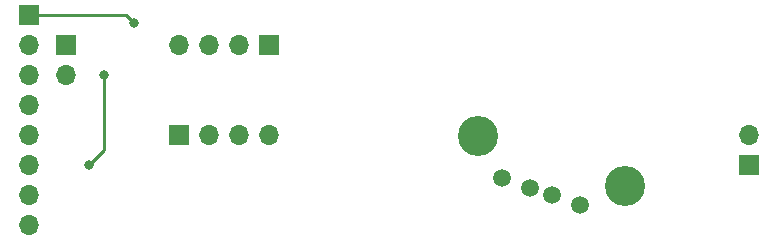
<source format=gbl>
G04 #@! TF.GenerationSoftware,KiCad,Pcbnew,(5.0.0-rc2-178-g3c7b91b96)*
G04 #@! TF.CreationDate,2018-08-09T18:01:17+02:00*
G04 #@! TF.ProjectId,pcb3,706362332E6B696361645F7063620000,rev?*
G04 #@! TF.SameCoordinates,Original*
G04 #@! TF.FileFunction,Copper,L2,Bot,Signal*
G04 #@! TF.FilePolarity,Positive*
%FSLAX46Y46*%
G04 Gerber Fmt 4.6, Leading zero omitted, Abs format (unit mm)*
G04 Created by KiCad (PCBNEW (5.0.0-rc2-178-g3c7b91b96)) date 08/09/18 18:01:17*
%MOMM*%
%LPD*%
G01*
G04 APERTURE LIST*
G04 #@! TA.AperFunction,ComponentPad*
%ADD10R,1.700000X1.700000*%
G04 #@! TD*
G04 #@! TA.AperFunction,ComponentPad*
%ADD11O,1.700000X1.700000*%
G04 #@! TD*
G04 #@! TA.AperFunction,ComponentPad*
%ADD12C,3.400000*%
G04 #@! TD*
G04 #@! TA.AperFunction,ComponentPad*
%ADD13C,1.500000*%
G04 #@! TD*
G04 #@! TA.AperFunction,ViaPad*
%ADD14C,0.800000*%
G04 #@! TD*
G04 #@! TA.AperFunction,Conductor*
%ADD15C,0.250000*%
G04 #@! TD*
G04 APERTURE END LIST*
D10*
G04 #@! TO.P,J5,1*
G04 #@! TO.N,/wit*
X170180000Y-77470000D03*
D11*
G04 #@! TO.P,J5,2*
G04 #@! TO.N,/geel*
X170180000Y-74930000D03*
G04 #@! TD*
D12*
G04 #@! TO.P,J6,6*
G04 #@! TO.N,/G*
X147293966Y-74987059D03*
G04 #@! TO.P,J6,5*
X159718080Y-79265025D03*
D13*
G04 #@! TO.P,J6,4*
X149314418Y-78548910D03*
G04 #@! TO.P,J6,3*
G04 #@! TO.N,/geel*
X151678215Y-79362829D03*
G04 #@! TO.P,J6,2*
G04 #@! TO.N,/wit*
X153569252Y-80013966D03*
G04 #@! TO.P,J6,1*
G04 #@! TO.N,/5V*
X155933049Y-80827886D03*
G04 #@! TD*
D10*
G04 #@! TO.P,J4,1*
G04 #@! TO.N,Net-(J1-Pad2)*
X112395000Y-67310000D03*
D11*
G04 #@! TO.P,J4,2*
G04 #@! TO.N,/G*
X112395000Y-69850000D03*
G04 #@! TD*
D10*
G04 #@! TO.P,J2,1*
G04 #@! TO.N,Net-(J2-Pad1)*
X129540000Y-67310000D03*
D11*
G04 #@! TO.P,J2,2*
X127000000Y-67310000D03*
G04 #@! TO.P,J2,3*
G04 #@! TO.N,Net-(J2-Pad3)*
X124460000Y-67310000D03*
G04 #@! TO.P,J2,4*
X121920000Y-67310000D03*
G04 #@! TD*
D10*
G04 #@! TO.P,J3,1*
G04 #@! TO.N,/G*
X121920000Y-74930000D03*
D11*
G04 #@! TO.P,J3,2*
X124460000Y-74930000D03*
G04 #@! TO.P,J3,3*
X127000000Y-74930000D03*
G04 #@! TO.P,J3,4*
X129540000Y-74930000D03*
G04 #@! TD*
D10*
G04 #@! TO.P,J1,1*
G04 #@! TO.N,/PD2*
X109220000Y-64770000D03*
D11*
G04 #@! TO.P,J1,2*
G04 #@! TO.N,Net-(J1-Pad2)*
X109220000Y-67310000D03*
G04 #@! TO.P,J1,3*
G04 #@! TO.N,/G*
X109220000Y-69850000D03*
G04 #@! TO.P,J1,4*
G04 #@! TO.N,Net-(J1-Pad4)*
X109220000Y-72390000D03*
G04 #@! TO.P,J1,5*
G04 #@! TO.N,Net-(J1-Pad5)*
X109220000Y-74930000D03*
G04 #@! TO.P,J1,6*
G04 #@! TO.N,Net-(J1-Pad6)*
X109220000Y-77470000D03*
G04 #@! TO.P,J1,7*
G04 #@! TO.N,Net-(J1-Pad7)*
X109220000Y-80010000D03*
G04 #@! TO.P,J1,8*
G04 #@! TO.N,/5V*
X109220000Y-82550000D03*
G04 #@! TD*
D14*
G04 #@! TO.N,Net-(R1-Pad1)*
X114300000Y-77470000D03*
X115570000Y-69850000D03*
G04 #@! TO.N,/PD2*
X118110000Y-65405000D03*
G04 #@! TD*
D15*
G04 #@! TO.N,Net-(R1-Pad1)*
X114300000Y-77470000D02*
X115570000Y-76200000D01*
X115570000Y-76200000D02*
X115570000Y-69850000D01*
G04 #@! TO.N,/PD2*
X117475000Y-64770000D02*
X118110000Y-65405000D01*
X109220000Y-64770000D02*
X117475000Y-64770000D01*
G04 #@! TD*
M02*

</source>
